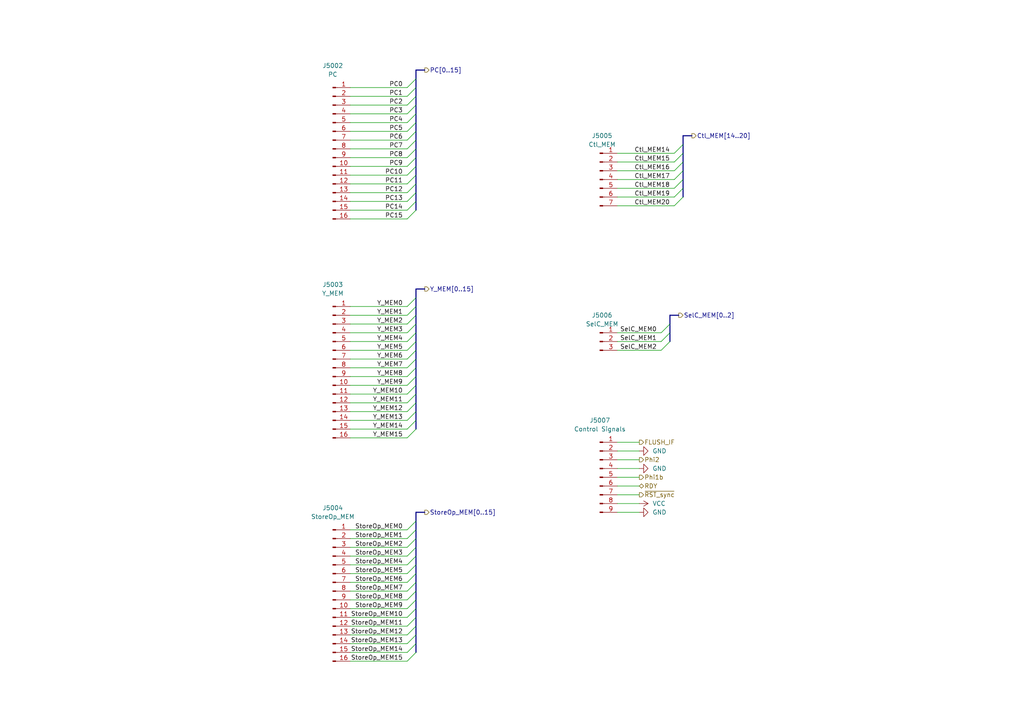
<source format=kicad_sch>
(kicad_sch (version 20211123) (generator eeschema)
  (paper "A4")
  (title_block (title "Turtle16: MEM Prototype Inputs") (date "2022-04-12") (rev "A (584b6b4f)") (comment 4 "Headers for various inputs to the prototype board"))
  (lib_symbols
    (symbol "Connector:Conn_01x03_Male" (pin_names (offset 1.016) hide)
      (property "Reference" "J" (at 0 5.08 0))
      (property "Value" "Conn_01x03_Male" (at 0 -5.08 0))
      (symbol "Conn_01x03_Male_1_1"
        (polyline (pts (xy 1.27 -2.54) (xy 0.8636 -2.54)) (stroke (width 0.1524)))
        (polyline (pts (xy 1.27 0) (xy 0.8636 0)) (stroke (width 0.1524)))
        (polyline (pts (xy 1.27 2.54) (xy 0.8636 2.54)) (stroke (width 0.1524)))
        (rectangle (start 0.8636 -2.413) (end 0 -2.667) (stroke (width 0.1524)) (fill (type outline)))
        (rectangle (start 0.8636 0.127) (end 0 -0.127) (stroke (width 0.1524)) (fill (type outline)))
        (rectangle (start 0.8636 2.667) (end 0 2.413) (stroke (width 0.1524)) (fill (type outline)))
        (pin passive line (at 5.08 2.54 180) (length 3.81) (name "Pin_1") (number "1"))
        (pin passive line (at 5.08 0 180) (length 3.81) (name "Pin_2") (number "2"))
        (pin passive line (at 5.08 -2.54 180) (length 3.81) (name "Pin_3") (number "3"))
      )
    )
    (symbol "Connector:Conn_01x07_Male" (pin_names (offset 1.016) hide)
      (property "Reference" "J" (at 0 10.16 0))
      (property "Value" "Conn_01x07_Male" (at 0 -10.16 0))
      (symbol "Conn_01x07_Male_1_1"
        (polyline (pts (xy 1.27 -7.62) (xy 0.8636 -7.62)) (stroke (width 0.1524)))
        (polyline (pts (xy 1.27 -5.08) (xy 0.8636 -5.08)) (stroke (width 0.1524)))
        (polyline (pts (xy 1.27 -2.54) (xy 0.8636 -2.54)) (stroke (width 0.1524)))
        (polyline (pts (xy 1.27 0) (xy 0.8636 0)) (stroke (width 0.1524)))
        (polyline (pts (xy 1.27 2.54) (xy 0.8636 2.54)) (stroke (width 0.1524)))
        (polyline (pts (xy 1.27 5.08) (xy 0.8636 5.08)) (stroke (width 0.1524)))
        (polyline (pts (xy 1.27 7.62) (xy 0.8636 7.62)) (stroke (width 0.1524)))
        (rectangle (start 0.8636 -7.493) (end 0 -7.747) (stroke (width 0.1524)) (fill (type outline)))
        (rectangle (start 0.8636 -4.953) (end 0 -5.207) (stroke (width 0.1524)) (fill (type outline)))
        (rectangle (start 0.8636 -2.413) (end 0 -2.667) (stroke (width 0.1524)) (fill (type outline)))
        (rectangle (start 0.8636 0.127) (end 0 -0.127) (stroke (width 0.1524)) (fill (type outline)))
        (rectangle (start 0.8636 2.667) (end 0 2.413) (stroke (width 0.1524)) (fill (type outline)))
        (rectangle (start 0.8636 5.207) (end 0 4.953) (stroke (width 0.1524)) (fill (type outline)))
        (rectangle (start 0.8636 7.747) (end 0 7.493) (stroke (width 0.1524)) (fill (type outline)))
        (pin passive line (at 5.08 7.62 180) (length 3.81) (name "Pin_1") (number "1"))
        (pin passive line (at 5.08 5.08 180) (length 3.81) (name "Pin_2") (number "2"))
        (pin passive line (at 5.08 2.54 180) (length 3.81) (name "Pin_3") (number "3"))
        (pin passive line (at 5.08 0 180) (length 3.81) (name "Pin_4") (number "4"))
        (pin passive line (at 5.08 -2.54 180) (length 3.81) (name "Pin_5") (number "5"))
        (pin passive line (at 5.08 -5.08 180) (length 3.81) (name "Pin_6") (number "6"))
        (pin passive line (at 5.08 -7.62 180) (length 3.81) (name "Pin_7") (number "7"))
      )
    )
    (symbol "Connector:Conn_01x09_Male" (pin_names (offset 1.016) hide)
      (property "Reference" "J" (at 0 12.7 0))
      (property "Value" "Conn_01x09_Male" (at 0 -12.7 0))
      (symbol "Conn_01x09_Male_1_1"
        (polyline (pts (xy 1.27 -10.16) (xy 0.8636 -10.16)) (stroke (width 0.1524)))
        (polyline (pts (xy 1.27 -7.62) (xy 0.8636 -7.62)) (stroke (width 0.1524)))
        (polyline (pts (xy 1.27 -5.08) (xy 0.8636 -5.08)) (stroke (width 0.1524)))
        (polyline (pts (xy 1.27 -2.54) (xy 0.8636 -2.54)) (stroke (width 0.1524)))
        (polyline (pts (xy 1.27 0) (xy 0.8636 0)) (stroke (width 0.1524)))
        (polyline (pts (xy 1.27 2.54) (xy 0.8636 2.54)) (stroke (width 0.1524)))
        (polyline (pts (xy 1.27 5.08) (xy 0.8636 5.08)) (stroke (width 0.1524)))
        (polyline (pts (xy 1.27 7.62) (xy 0.8636 7.62)) (stroke (width 0.1524)))
        (polyline (pts (xy 1.27 10.16) (xy 0.8636 10.16)) (stroke (width 0.1524)))
        (rectangle (start 0.8636 -10.033) (end 0 -10.287) (stroke (width 0.1524)) (fill (type outline)))
        (rectangle (start 0.8636 -7.493) (end 0 -7.747) (stroke (width 0.1524)) (fill (type outline)))
        (rectangle (start 0.8636 -4.953) (end 0 -5.207) (stroke (width 0.1524)) (fill (type outline)))
        (rectangle (start 0.8636 -2.413) (end 0 -2.667) (stroke (width 0.1524)) (fill (type outline)))
        (rectangle (start 0.8636 0.127) (end 0 -0.127) (stroke (width 0.1524)) (fill (type outline)))
        (rectangle (start 0.8636 2.667) (end 0 2.413) (stroke (width 0.1524)) (fill (type outline)))
        (rectangle (start 0.8636 5.207) (end 0 4.953) (stroke (width 0.1524)) (fill (type outline)))
        (rectangle (start 0.8636 7.747) (end 0 7.493) (stroke (width 0.1524)) (fill (type outline)))
        (rectangle (start 0.8636 10.287) (end 0 10.033) (stroke (width 0.1524)) (fill (type outline)))
        (pin passive line (at 5.08 10.16 180) (length 3.81) (name "Pin_1") (number "1"))
        (pin passive line (at 5.08 7.62 180) (length 3.81) (name "Pin_2") (number "2"))
        (pin passive line (at 5.08 5.08 180) (length 3.81) (name "Pin_3") (number "3"))
        (pin passive line (at 5.08 2.54 180) (length 3.81) (name "Pin_4") (number "4"))
        (pin passive line (at 5.08 0 180) (length 3.81) (name "Pin_5") (number "5"))
        (pin passive line (at 5.08 -2.54 180) (length 3.81) (name "Pin_6") (number "6"))
        (pin passive line (at 5.08 -5.08 180) (length 3.81) (name "Pin_7") (number "7"))
        (pin passive line (at 5.08 -7.62 180) (length 3.81) (name "Pin_8") (number "8"))
        (pin passive line (at 5.08 -10.16 180) (length 3.81) (name "Pin_9") (number "9"))
      )
    )
    (symbol "Connector:Conn_01x16_Male" (pin_names (offset 1.016) hide)
      (property "Reference" "J" (at 0 20.32 0))
      (property "Value" "Conn_01x16_Male" (at 0 -22.86 0))
      (symbol "Conn_01x16_Male_1_1"
        (polyline (pts (xy 1.27 -20.32) (xy 0.8636 -20.32)) (stroke (width 0.1524)))
        (polyline (pts (xy 1.27 -17.78) (xy 0.8636 -17.78)) (stroke (width 0.1524)))
        (polyline (pts (xy 1.27 -15.24) (xy 0.8636 -15.24)) (stroke (width 0.1524)))
        (polyline (pts (xy 1.27 -12.7) (xy 0.8636 -12.7)) (stroke (width 0.1524)))
        (polyline (pts (xy 1.27 -10.16) (xy 0.8636 -10.16)) (stroke (width 0.1524)))
        (polyline (pts (xy 1.27 -7.62) (xy 0.8636 -7.62)) (stroke (width 0.1524)))
        (polyline (pts (xy 1.27 -5.08) (xy 0.8636 -5.08)) (stroke (width 0.1524)))
        (polyline (pts (xy 1.27 -2.54) (xy 0.8636 -2.54)) (stroke (width 0.1524)))
        (polyline (pts (xy 1.27 0) (xy 0.8636 0)) (stroke (width 0.1524)))
        (polyline (pts (xy 1.27 2.54) (xy 0.8636 2.54)) (stroke (width 0.1524)))
        (polyline (pts (xy 1.27 5.08) (xy 0.8636 5.08)) (stroke (width 0.1524)))
        (polyline (pts (xy 1.27 7.62) (xy 0.8636 7.62)) (stroke (width 0.1524)))
        (polyline (pts (xy 1.27 10.16) (xy 0.8636 10.16)) (stroke (width 0.1524)))
        (polyline (pts (xy 1.27 12.7) (xy 0.8636 12.7)) (stroke (width 0.1524)))
        (polyline (pts (xy 1.27 15.24) (xy 0.8636 15.24)) (stroke (width 0.1524)))
        (polyline (pts (xy 1.27 17.78) (xy 0.8636 17.78)) (stroke (width 0.1524)))
        (rectangle (start 0.8636 -20.193) (end 0 -20.447) (stroke (width 0.1524)) (fill (type outline)))
        (rectangle (start 0.8636 -17.653) (end 0 -17.907) (stroke (width 0.1524)) (fill (type outline)))
        (rectangle (start 0.8636 -15.113) (end 0 -15.367) (stroke (width 0.1524)) (fill (type outline)))
        (rectangle (start 0.8636 -12.573) (end 0 -12.827) (stroke (width 0.1524)) (fill (type outline)))
        (rectangle (start 0.8636 -10.033) (end 0 -10.287) (stroke (width 0.1524)) (fill (type outline)))
        (rectangle (start 0.8636 -7.493) (end 0 -7.747) (stroke (width 0.1524)) (fill (type outline)))
        (rectangle (start 0.8636 -4.953) (end 0 -5.207) (stroke (width 0.1524)) (fill (type outline)))
        (rectangle (start 0.8636 -2.413) (end 0 -2.667) (stroke (width 0.1524)) (fill (type outline)))
        (rectangle (start 0.8636 0.127) (end 0 -0.127) (stroke (width 0.1524)) (fill (type outline)))
        (rectangle (start 0.8636 2.667) (end 0 2.413) (stroke (width 0.1524)) (fill (type outline)))
        (rectangle (start 0.8636 5.207) (end 0 4.953) (stroke (width 0.1524)) (fill (type outline)))
        (rectangle (start 0.8636 7.747) (end 0 7.493) (stroke (width 0.1524)) (fill (type outline)))
        (rectangle (start 0.8636 10.287) (end 0 10.033) (stroke (width 0.1524)) (fill (type outline)))
        (rectangle (start 0.8636 12.827) (end 0 12.573) (stroke (width 0.1524)) (fill (type outline)))
        (rectangle (start 0.8636 15.367) (end 0 15.113) (stroke (width 0.1524)) (fill (type outline)))
        (rectangle (start 0.8636 17.907) (end 0 17.653) (stroke (width 0.1524)) (fill (type outline)))
        (pin passive line (at 5.08 17.78 180) (length 3.81) (name "Pin_1") (number "1"))
        (pin passive line (at 5.08 -5.08 180) (length 3.81) (name "Pin_10") (number "10"))
        (pin passive line (at 5.08 -7.62 180) (length 3.81) (name "Pin_11") (number "11"))
        (pin passive line (at 5.08 -10.16 180) (length 3.81) (name "Pin_12") (number "12"))
        (pin passive line (at 5.08 -12.7 180) (length 3.81) (name "Pin_13") (number "13"))
        (pin passive line (at 5.08 -15.24 180) (length 3.81) (name "Pin_14") (number "14"))
        (pin passive line (at 5.08 -17.78 180) (length 3.81) (name "Pin_15") (number "15"))
        (pin passive line (at 5.08 -20.32 180) (length 3.81) (name "Pin_16") (number "16"))
        (pin passive line (at 5.08 15.24 180) (length 3.81) (name "Pin_2") (number "2"))
        (pin passive line (at 5.08 12.7 180) (length 3.81) (name "Pin_3") (number "3"))
        (pin passive line (at 5.08 10.16 180) (length 3.81) (name "Pin_4") (number "4"))
        (pin passive line (at 5.08 7.62 180) (length 3.81) (name "Pin_5") (number "5"))
        (pin passive line (at 5.08 5.08 180) (length 3.81) (name "Pin_6") (number "6"))
        (pin passive line (at 5.08 2.54 180) (length 3.81) (name "Pin_7") (number "7"))
        (pin passive line (at 5.08 0 180) (length 3.81) (name "Pin_8") (number "8"))
        (pin passive line (at 5.08 -2.54 180) (length 3.81) (name "Pin_9") (number "9"))
      )
    )
    (symbol "power:GND" (power) (pin_names (offset 0))
      (property "Value" "GND" (at 0 -3.81 0))
      (symbol "GND_0_1"
        (polyline (pts (xy 0 0) (xy 0 -1.27) (xy 1.27 -1.27) (xy 0 -2.54) (xy -1.27 -1.27) (xy 0 -1.27)))
      )
      (symbol "GND_1_1"
        (pin power_in line (at 0 0 270) (length 0) hide (name "GND") (number "1"))
      )
    )
    (symbol "power:VCC" (power) (pin_names (offset 0))
      (property "Value" "VCC" (at 0 3.81 0))
      (symbol "VCC_0_1"
        (polyline (pts (xy -0.762 1.27) (xy 0 2.54)))
        (polyline (pts (xy 0 0) (xy 0 2.54)))
        (polyline (pts (xy 0 2.54) (xy 0.762 1.27)))
      )
      (symbol "VCC_1_1"
        (pin power_in line (at 0 0 90) (length 0) hide (name "VCC") (number "1"))
      )
    )
  )
  (bus_entry (at 120.65 38.1) (size -2.54 2.54))
  (bus_entry (at 120.65 104.14) (size -2.54 2.54))
  (bus_entry (at 120.65 22.86) (size -2.54 2.54))
  (bus_entry (at 120.65 88.9) (size -2.54 2.54))
  (bus_entry (at 120.65 114.3) (size -2.54 2.54))
  (bus_entry (at 120.65 27.94) (size -2.54 2.54))
  (bus_entry (at 120.65 106.68) (size -2.54 2.54))
  (bus_entry (at 120.65 179.07) (size -2.54 2.54))
  (bus_entry (at 198.12 46.99) (size -2.54 2.54))
  (bus_entry (at 120.65 153.67) (size -2.54 2.54))
  (bus_entry (at 120.65 55.88) (size -2.54 2.54))
  (bus_entry (at 120.65 111.76) (size -2.54 2.54))
  (bus_entry (at 120.65 176.53) (size -2.54 2.54))
  (bus_entry (at 120.65 119.38) (size -2.54 2.54))
  (bus_entry (at 120.65 25.4) (size -2.54 2.54))
  (bus_entry (at 120.65 35.56) (size -2.54 2.54))
  (bus_entry (at 120.65 173.99) (size -2.54 2.54))
  (bus_entry (at 198.12 57.15) (size -2.54 2.54))
  (bus_entry (at 120.65 91.44) (size -2.54 2.54))
  (bus_entry (at 120.65 161.29) (size -2.54 2.54))
  (bus_entry (at 120.65 86.36) (size -2.54 2.54))
  (bus_entry (at 120.65 163.83) (size -2.54 2.54))
  (bus_entry (at 120.65 156.21) (size -2.54 2.54))
  (bus_entry (at 120.65 96.52) (size -2.54 2.54))
  (bus_entry (at 198.12 52.07) (size -2.54 2.54))
  (bus_entry (at 120.65 101.6) (size -2.54 2.54))
  (bus_entry (at 120.65 166.37) (size -2.54 2.54))
  (bus_entry (at 120.65 189.23) (size -2.54 2.54))
  (bus_entry (at 120.65 50.8) (size -2.54 2.54))
  (bus_entry (at 120.65 121.92) (size -2.54 2.54))
  (bus_entry (at 194.31 93.98) (size -2.54 2.54))
  (bus_entry (at 120.65 184.15) (size -2.54 2.54))
  (bus_entry (at 120.65 53.34) (size -2.54 2.54))
  (bus_entry (at 120.65 171.45) (size -2.54 2.54))
  (bus_entry (at 120.65 60.96) (size -2.54 2.54))
  (bus_entry (at 120.65 181.61) (size -2.54 2.54))
  (bus_entry (at 194.31 96.52) (size -2.54 2.54))
  (bus_entry (at 194.31 99.06) (size -2.54 2.54))
  (bus_entry (at 120.65 124.46) (size -2.54 2.54))
  (bus_entry (at 120.65 45.72) (size -2.54 2.54))
  (bus_entry (at 120.65 93.98) (size -2.54 2.54))
  (bus_entry (at 198.12 54.61) (size -2.54 2.54))
  (bus_entry (at 120.65 58.42) (size -2.54 2.54))
  (bus_entry (at 120.65 99.06) (size -2.54 2.54))
  (bus_entry (at 198.12 41.91) (size -2.54 2.54))
  (bus_entry (at 198.12 49.53) (size -2.54 2.54))
  (bus_entry (at 120.65 109.22) (size -2.54 2.54))
  (bus_entry (at 120.65 33.02) (size -2.54 2.54))
  (bus_entry (at 120.65 168.91) (size -2.54 2.54))
  (bus_entry (at 120.65 43.18) (size -2.54 2.54))
  (bus_entry (at 120.65 186.69) (size -2.54 2.54))
  (bus_entry (at 120.65 151.13) (size -2.54 2.54))
  (bus_entry (at 198.12 44.45) (size -2.54 2.54))
  (bus_entry (at 120.65 48.26) (size -2.54 2.54))
  (bus_entry (at 120.65 40.64) (size -2.54 2.54))
  (bus_entry (at 120.65 116.84) (size -2.54 2.54))
  (bus_entry (at 120.65 158.75) (size -2.54 2.54))
  (bus_entry (at 120.65 30.48) (size -2.54 2.54))
  (bus (pts (xy 194.31 96.52) (xy 194.31 99.06)))
  (wire (pts (xy 179.07 138.43) (xy 185.42 138.43)))
  (bus (pts (xy 120.65 119.38) (xy 120.65 121.92)))
  (bus (pts (xy 120.65 88.9) (xy 120.65 91.44)))
  (wire (pts (xy 118.11 58.42) (xy 101.6 58.42)))
  (bus (pts (xy 120.65 156.21) (xy 120.65 158.75)))
  (bus (pts (xy 120.65 30.48) (xy 120.65 33.02)))
  (wire (pts (xy 191.77 101.6) (xy 179.07 101.6)))
  (wire (pts (xy 118.11 40.64) (xy 101.6 40.64)))
  (bus (pts (xy 120.65 186.69) (xy 120.65 189.23)))
  (wire (pts (xy 118.11 121.92) (xy 101.6 121.92)))
  (wire (pts (xy 118.11 116.84) (xy 101.6 116.84)))
  (wire (pts (xy 191.77 96.52) (xy 179.07 96.52)))
  (wire (pts (xy 118.11 163.83) (xy 101.6 163.83)))
  (bus (pts (xy 120.65 158.75) (xy 120.65 161.29)))
  (wire (pts (xy 195.58 49.53) (xy 179.07 49.53)))
  (bus (pts (xy 120.65 176.53) (xy 120.65 179.07)))
  (wire (pts (xy 118.11 111.76) (xy 101.6 111.76)))
  (bus (pts (xy 120.65 166.37) (xy 120.65 168.91)))
  (wire (pts (xy 118.11 189.23) (xy 101.6 189.23)))
  (bus (pts (xy 120.65 86.36) (xy 120.65 88.9)))
  (bus (pts (xy 120.65 184.15) (xy 120.65 186.69)))
  (bus (pts (xy 120.65 106.68) (xy 120.65 109.22)))
  (bus (pts (xy 120.65 25.4) (xy 120.65 27.94)))
  (bus (pts (xy 120.65 121.92) (xy 120.65 124.46)))
  (wire (pts (xy 179.07 128.27) (xy 185.42 128.27)))
  (wire (pts (xy 118.11 171.45) (xy 101.6 171.45)))
  (wire (pts (xy 118.11 91.44) (xy 101.6 91.44)))
  (bus (pts (xy 120.65 181.61) (xy 120.65 184.15)))
  (wire (pts (xy 179.07 146.05) (xy 185.42 146.05)))
  (wire (pts (xy 118.11 181.61) (xy 101.6 181.61)))
  (wire (pts (xy 118.11 53.34) (xy 101.6 53.34)))
  (wire (pts (xy 118.11 186.69) (xy 101.6 186.69)))
  (wire (pts (xy 118.11 88.9) (xy 101.6 88.9)))
  (bus (pts (xy 120.65 22.86) (xy 120.65 25.4)))
  (bus (pts (xy 120.65 179.07) (xy 120.65 181.61)))
  (wire (pts (xy 118.11 38.1) (xy 101.6 38.1)))
  (wire (pts (xy 118.11 45.72) (xy 101.6 45.72)))
  (wire (pts (xy 118.11 48.26) (xy 101.6 48.26)))
  (wire (pts (xy 118.11 101.6) (xy 101.6 101.6)))
  (bus (pts (xy 120.65 104.14) (xy 120.65 106.68)))
  (bus (pts (xy 120.65 40.64) (xy 120.65 43.18)))
  (bus (pts (xy 120.65 27.94) (xy 120.65 30.48)))
  (wire (pts (xy 195.58 44.45) (xy 179.07 44.45)))
  (bus (pts (xy 194.31 91.44) (xy 194.31 93.98)))
  (wire (pts (xy 179.07 140.97) (xy 185.42 140.97)))
  (bus (pts (xy 120.65 93.98) (xy 120.65 96.52)))
  (wire (pts (xy 118.11 153.67) (xy 101.6 153.67)))
  (bus (pts (xy 120.65 53.34) (xy 120.65 55.88)))
  (bus (pts (xy 123.19 148.59) (xy 120.65 148.59)))
  (wire (pts (xy 118.11 25.4) (xy 101.6 25.4)))
  (bus (pts (xy 198.12 46.99) (xy 198.12 49.53)))
  (wire (pts (xy 195.58 52.07) (xy 179.07 52.07)))
  (bus (pts (xy 198.12 52.07) (xy 198.12 54.61)))
  (bus (pts (xy 120.65 91.44) (xy 120.65 93.98)))
  (bus (pts (xy 196.85 91.44) (xy 194.31 91.44)))
  (bus (pts (xy 120.65 43.18) (xy 120.65 45.72)))
  (wire (pts (xy 118.11 99.06) (xy 101.6 99.06)))
  (wire (pts (xy 118.11 127) (xy 101.6 127)))
  (wire (pts (xy 179.07 148.59) (xy 185.42 148.59)))
  (bus (pts (xy 120.65 111.76) (xy 120.65 114.3)))
  (bus (pts (xy 120.65 153.67) (xy 120.65 156.21)))
  (bus (pts (xy 120.65 101.6) (xy 120.65 104.14)))
  (wire (pts (xy 179.07 130.81) (xy 185.42 130.81)))
  (wire (pts (xy 195.58 46.99) (xy 179.07 46.99)))
  (bus (pts (xy 200.66 39.37) (xy 198.12 39.37)))
  (wire (pts (xy 195.58 59.69) (xy 179.07 59.69)))
  (wire (pts (xy 118.11 191.77) (xy 101.6 191.77)))
  (bus (pts (xy 120.65 96.52) (xy 120.65 99.06)))
  (wire (pts (xy 118.11 93.98) (xy 101.6 93.98)))
  (wire (pts (xy 118.11 27.94) (xy 101.6 27.94)))
  (bus (pts (xy 198.12 41.91) (xy 198.12 44.45)))
  (bus (pts (xy 120.65 45.72) (xy 120.65 48.26)))
  (bus (pts (xy 120.65 148.59) (xy 120.65 151.13)))
  (bus (pts (xy 120.65 50.8) (xy 120.65 53.34)))
  (wire (pts (xy 179.07 135.89) (xy 185.42 135.89)))
  (bus (pts (xy 120.65 151.13) (xy 120.65 153.67)))
  (wire (pts (xy 118.11 173.99) (xy 101.6 173.99)))
  (bus (pts (xy 120.65 173.99) (xy 120.65 176.53)))
  (wire (pts (xy 118.11 33.02) (xy 101.6 33.02)))
  (wire (pts (xy 118.11 55.88) (xy 101.6 55.88)))
  (bus (pts (xy 198.12 44.45) (xy 198.12 46.99)))
  (bus (pts (xy 120.65 99.06) (xy 120.65 101.6)))
  (wire (pts (xy 118.11 166.37) (xy 101.6 166.37)))
  (wire (pts (xy 118.11 184.15) (xy 101.6 184.15)))
  (bus (pts (xy 120.65 83.82) (xy 120.65 86.36)))
  (bus (pts (xy 120.65 35.56) (xy 120.65 38.1)))
  (wire (pts (xy 118.11 106.68) (xy 101.6 106.68)))
  (bus (pts (xy 198.12 39.37) (xy 198.12 41.91)))
  (wire (pts (xy 118.11 158.75) (xy 101.6 158.75)))
  (wire (pts (xy 118.11 30.48) (xy 101.6 30.48)))
  (wire (pts (xy 118.11 176.53) (xy 101.6 176.53)))
  (wire (pts (xy 118.11 109.22) (xy 101.6 109.22)))
  (wire (pts (xy 191.77 99.06) (xy 179.07 99.06)))
  (bus (pts (xy 120.65 33.02) (xy 120.65 35.56)))
  (wire (pts (xy 118.11 35.56) (xy 101.6 35.56)))
  (bus (pts (xy 120.65 109.22) (xy 120.65 111.76)))
  (wire (pts (xy 118.11 156.21) (xy 101.6 156.21)))
  (bus (pts (xy 123.19 83.82) (xy 120.65 83.82)))
  (wire (pts (xy 118.11 50.8) (xy 101.6 50.8)))
  (wire (pts (xy 118.11 124.46) (xy 101.6 124.46)))
  (bus (pts (xy 120.65 38.1) (xy 120.65 40.64)))
  (wire (pts (xy 195.58 57.15) (xy 179.07 57.15)))
  (wire (pts (xy 118.11 43.18) (xy 101.6 43.18)))
  (wire (pts (xy 118.11 104.14) (xy 101.6 104.14)))
  (bus (pts (xy 120.65 163.83) (xy 120.65 166.37)))
  (bus (pts (xy 198.12 49.53) (xy 198.12 52.07)))
  (bus (pts (xy 194.31 93.98) (xy 194.31 96.52)))
  (wire (pts (xy 118.11 96.52) (xy 101.6 96.52)))
  (wire (pts (xy 179.07 143.51) (xy 185.42 143.51)))
  (bus (pts (xy 120.65 20.32) (xy 120.65 22.86)))
  (wire (pts (xy 118.11 179.07) (xy 101.6 179.07)))
  (wire (pts (xy 118.11 114.3) (xy 101.6 114.3)))
  (wire (pts (xy 118.11 60.96) (xy 101.6 60.96)))
  (wire (pts (xy 195.58 54.61) (xy 179.07 54.61)))
  (bus (pts (xy 120.65 58.42) (xy 120.65 60.96)))
  (bus (pts (xy 120.65 114.3) (xy 120.65 116.84)))
  (bus (pts (xy 120.65 48.26) (xy 120.65 50.8)))
  (wire (pts (xy 179.07 133.35) (xy 185.42 133.35)))
  (bus (pts (xy 120.65 116.84) (xy 120.65 119.38)))
  (bus (pts (xy 123.19 20.32) (xy 120.65 20.32)))
  (wire (pts (xy 118.11 63.5) (xy 101.6 63.5)))
  (bus (pts (xy 198.12 54.61) (xy 198.12 57.15)))
  (bus (pts (xy 120.65 171.45) (xy 120.65 173.99)))
  (wire (pts (xy 118.11 119.38) (xy 101.6 119.38)))
  (bus (pts (xy 120.65 161.29) (xy 120.65 163.83)))
  (wire (pts (xy 118.11 161.29) (xy 101.6 161.29)))
  (wire (pts (xy 118.11 168.91) (xy 101.6 168.91)))
  (bus (pts (xy 120.65 168.91) (xy 120.65 171.45)))
  (bus (pts (xy 120.65 55.88) (xy 120.65 58.42)))
  (label "Y_MEM10" (at 116.84 114.3 180))
  (label "Ctl_MEM14" (at 194.31 44.45 180))
  (label "SelC_MEM1" (at 190.5 99.06 180))
  (label "PC7" (at 116.84 43.18 180))
  (label "StoreOp_MEM2" (at 116.84 158.75 180))
  (label "StoreOp_MEM1" (at 116.84 156.21 180))
  (label "Y_MEM8" (at 116.84 109.22 180))
  (label "StoreOp_MEM12" (at 116.84 184.15 180))
  (label "StoreOp_MEM8" (at 116.84 173.99 180))
  (label "Y_MEM2" (at 116.84 93.98 180))
  (label "Y_MEM12" (at 116.84 119.38 180))
  (label "Y_MEM5" (at 116.84 101.6 180))
  (label "Ctl_MEM16" (at 194.31 49.53 180))
  (label "PC1" (at 116.84 27.94 180))
  (label "PC4" (at 116.84 35.56 180))
  (label "PC8" (at 116.84 45.72 180))
  (label "StoreOp_MEM15" (at 116.84 191.77 180))
  (label "Ctl_MEM17" (at 194.31 52.07 180))
  (label "Y_MEM3" (at 116.84 96.52 180))
  (label "Y_MEM7" (at 116.84 106.68 180))
  (label "StoreOp_MEM11" (at 116.84 181.61 180))
  (label "Y_MEM9" (at 116.84 111.76 180))
  (label "PC14" (at 116.84 60.96 180))
  (label "SelC_MEM0" (at 190.5 96.52 180))
  (label "Y_MEM13" (at 116.84 121.92 180))
  (label "PC15" (at 116.84 63.5 180))
  (label "StoreOp_MEM9" (at 116.84 176.53 180))
  (label "PC10" (at 116.84 50.8 180))
  (label "StoreOp_MEM4" (at 116.84 163.83 180))
  (label "Ctl_MEM18" (at 194.31 54.61 180))
  (label "Y_MEM4" (at 116.84 99.06 180))
  (label "PC6" (at 116.84 40.64 180))
  (label "SelC_MEM2" (at 190.5 101.6 180))
  (label "PC9" (at 116.84 48.26 180))
  (label "Ctl_MEM19" (at 194.31 57.15 180))
  (label "Y_MEM15" (at 116.84 127 180))
  (label "StoreOp_MEM10" (at 116.84 179.07 180))
  (label "Y_MEM6" (at 116.84 104.14 180))
  (label "Y_MEM14" (at 116.84 124.46 180))
  (label "StoreOp_MEM3" (at 116.84 161.29 180))
  (label "PC3" (at 116.84 33.02 180))
  (label "Y_MEM11" (at 116.84 116.84 180))
  (label "Ctl_MEM15" (at 194.31 46.99 180))
  (label "Ctl_MEM20" (at 194.31 59.69 180))
  (label "StoreOp_MEM6" (at 116.84 168.91 180))
  (label "StoreOp_MEM7" (at 116.84 171.45 180))
  (label "StoreOp_MEM13" (at 116.84 186.69 180))
  (label "PC11" (at 116.84 53.34 180))
  (label "Y_MEM1" (at 116.84 91.44 180))
  (label "PC0" (at 116.84 25.4 180))
  (label "StoreOp_MEM0" (at 116.84 153.67 180))
  (label "PC13" (at 116.84 58.42 180))
  (label "PC5" (at 116.84 38.1 180))
  (label "PC2" (at 116.84 30.48 180))
  (label "StoreOp_MEM5" (at 116.84 166.37 180))
  (label "Y_MEM0" (at 116.84 88.9 180))
  (label "PC12" (at 116.84 55.88 180))
  (label "StoreOp_MEM14" (at 116.84 189.23 180))
  (hierarchical_label "RDY" (shape tri_state) (at 185.42 140.97 0))
  (hierarchical_label "StoreOp_MEM[0..15]" (shape output) (at 123.19 148.59 0))
  (hierarchical_label "Y_MEM[0..15]" (shape output) (at 123.19 83.82 0))
  (hierarchical_label "Phi2" (shape output) (at 185.42 133.35 0))
  (hierarchical_label "FLUSH_IF" (shape output) (at 185.42 128.27 0))
  (hierarchical_label "Phi1b" (shape output) (at 185.42 138.43 0))
  (hierarchical_label "PC[0..15]" (shape output) (at 123.19 20.32 0))
  (hierarchical_label "~{RST_sync}" (shape output) (at 185.42 143.51 0))
  (hierarchical_label "SelC_MEM[0..2]" (shape output) (at 196.85 91.44 0))
  (hierarchical_label "Ctl_MEM[14..20]" (shape output) (at 200.66 39.37 0))
  (symbol (lib_id "Connector:Conn_01x03_Male") (at 173.99 99.06 0) (unit 1)
    (property "Reference" "J5006" (at 174.625 91.44 0))
    (property "Value" "SelC_MEM" (at 174.625 93.98 0))
    (property "Footprint" "Connector_PinHeader_2.54mm:PinHeader_1x03_P2.54mm_Vertical" (effects hide))
  )
  (symbol (lib_id "power:GND") (at 185.42 135.89 90) (unit 1)
    (property "Reference" "#PWR05141" (effects hide))
    (property "Value" "GND" (at 189.23 135.8899 90) (effects (justify right)))
  )
  (symbol (lib_id "power:GND") (at 185.42 148.59 90) (unit 1)
    (property "Reference" "#PWR05143" (effects hide))
    (property "Value" "GND" (at 189.23 148.5899 90) (effects (justify right)))
  )
  (symbol (lib_id "Connector:Conn_01x16_Male") (at 96.52 106.68 0) (unit 1)
    (property "Reference" "J5003" (at 96.52 82.55 0))
    (property "Value" "Y_MEM" (at 96.52 85.09 0))
    (property "Footprint" "Connector_PinHeader_2.54mm:PinHeader_1x16_P2.54mm_Vertical" (effects hide))
  )
  (symbol (lib_id "power:VCC") (at 185.42 146.05 270) (unit 1)
    (property "Reference" "#PWR05142" (effects hide))
    (property "Value" "VCC" (at 189.23 146.0501 90) (effects (justify left)))
  )
  (symbol (lib_id "power:GND") (at 185.42 130.81 90) (unit 1)
    (property "Reference" "#PWR05140" (effects hide))
    (property "Value" "GND" (at 189.23 130.8099 90) (effects (justify right)))
  )
  (symbol (lib_id "Connector:Conn_01x09_Male") (at 173.99 138.43 0) (unit 1)
    (property "Reference" "J5007" (at 173.99 121.92 0))
    (property "Value" "Control Signals" (at 173.99 124.46 0))
    (property "Footprint" "Connector_PinHeader_2.54mm:PinHeader_1x09_P2.54mm_Vertical" (effects hide))
  )
  (symbol (lib_id "Connector:Conn_01x16_Male") (at 96.52 171.45 0) (unit 1)
    (property "Reference" "J5004" (at 96.52 147.32 0))
    (property "Value" "StoreOp_MEM" (at 96.52 149.86 0))
    (property "Footprint" "Connector_PinHeader_2.54mm:PinHeader_1x16_P2.54mm_Vertical" (effects hide))
  )
  (symbol (lib_id "Connector:Conn_01x16_Male") (at 96.52 43.18 0) (unit 1)
    (property "Reference" "J5002" (at 96.52 19.05 0))
    (property "Value" "PC" (at 96.52 21.59 0))
    (property "Footprint" "Connector_PinHeader_2.54mm:PinHeader_1x16_P2.54mm_Vertical" (effects hide))
  )
  (symbol (lib_id "Connector:Conn_01x07_Male") (at 173.99 52.07 0) (unit 1)
    (property "Reference" "J5005" (at 174.625 39.37 0))
    (property "Value" "Ctl_MEM" (at 174.625 41.91 0))
    (property "Footprint" "Connector_PinHeader_2.54mm:PinHeader_1x07_P2.54mm_Vertical" (effects hide))
  )
)
</source>
